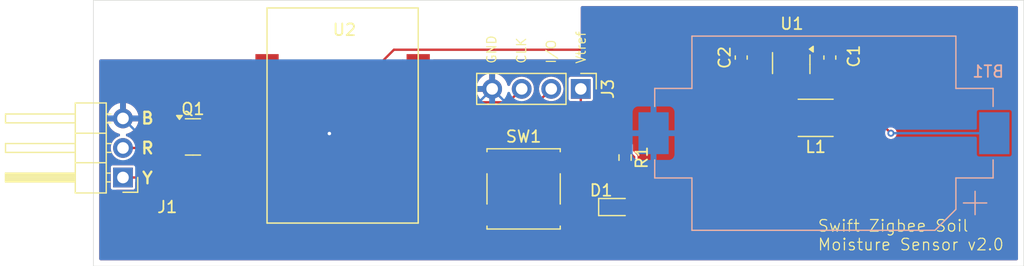
<source format=kicad_pcb>
(kicad_pcb (version 20221018) (generator pcbnew)
  (title_block (title "Swift Zigbee Soil Moisture Sensor") (date "2024-10-13") (rev "2.0"))
  (layers (0 "F.Cu" signal) (31 "B.Cu" signal) (34 "B.Paste" user) (35 "F.Paste" user) (36 "B.SilkS" user "B.Silkscreen") (37 "F.SilkS" user "F.Silkscreen") (38 "B.Mask" user) (39 "F.Mask" user) (44 "Edge.Cuts" user))
  (net 0 "")
  (net 1 "Net-(BT1-+)")
  (net 2 "GND")
  (net 3 "+3.3V")
  (net 4 "Net-(D1-A)")
  (net 5 "Net-(J1-Pin_1)")
  (net 6 "Net-(J1-Pin_2)")
  (net 7 "Net-(U1-L)")
  (net 8 "Net-(Q1-G)")
  (net 9 "Net-(D1-K)")
  (net 38 "Net-(U2B-P0.24)")
  (net 41 "Net-(J3-SWDCLK)")
  (net 42 "Net-(J3-SWDIO)")
  (footprint "LED_SMD:LED_0603_1608Metric" (layer "F.Cu") (at 113.5125 76.2)
    (fp_text reference "D1" (at -1.27 -1.43) (layer "F.SilkS"))
    (fp_text value "LED" hide)
    (fp_line (start -1.485 -0.735) (end -1.485 0.735) (stroke (width 0.12)) (layer "F.SilkS"))
    (fp_line (start -1.485 0.735) (end 0.8 0.735) (stroke (width 0.12)) (layer "F.SilkS"))
    (fp_line (start 0.8 -0.735) (end -1.485 -0.735) (stroke (width 0.12)) (layer "F.SilkS"))
    (pad "1" smd roundrect (at -0.7875 0) (size 0.875 0.95) (layers "F.Cu" "F.Paste" "F.Mask") (net 9 "Net-(D1-K)"))
    (pad "2" smd roundrect (at 0.7875 0) (size 0.875 0.95) (layers "F.Cu" "F.Paste" "F.Mask") (net 4 "Net-(D1-A)"))
  )
  (footprint "Button_Switch_SMD:SW_SPST_B3S-1000" (layer "F.Cu") (at 105.575 74.64)
    (fp_text reference "SW1" (at 0 -4.5) (layer "F.SilkS"))
    (fp_text value "Factory Reset" hide)
    (fp_line (start -3.15 -3.45) (end 3.15 -3.45) (stroke (width 0.12)) (layer "F.SilkS"))
    (fp_line (start -3.15 -3.2) (end -3.15 -3.45) (stroke (width 0.12)) (layer "F.SilkS"))
    (fp_line (start -3.15 1.3) (end -3.15 -1.3) (stroke (width 0.12)) (layer "F.SilkS"))
    (fp_line (start -3.15 3.45) (end -3.15 3.2) (stroke (width 0.12)) (layer "F.SilkS"))
    (fp_line (start 3.15 -3.45) (end 3.15 -3.2) (stroke (width 0.12)) (layer "F.SilkS"))
    (fp_line (start 3.15 -1.3) (end 3.15 1.3) (stroke (width 0.12)) (layer "F.SilkS"))
    (fp_line (start 3.15 3.2) (end 3.15 3.45) (stroke (width 0.12)) (layer "F.SilkS"))
    (fp_line (start 3.15 3.45) (end -3.15 3.45) (stroke (width 0.12)) (layer "F.SilkS"))
    (pad "1" smd rect (at -3.975 -2.25) (size 1.55 1.3) (layers "F.Cu" "F.Paste" "F.Mask") (net 38 "Net-(U2B-P0.24)"))
    (pad "1" smd rect (at 3.975 -2.25) (size 1.55 1.3) (layers "F.Cu" "F.Paste" "F.Mask") (net 38 "Net-(U2B-P0.24)"))
    (pad "2" smd rect (at -3.975 2.25) (size 1.55 1.3) (layers "F.Cu" "F.Paste" "F.Mask") (net 2 "GND"))
    (pad "2" smd rect (at 3.975 2.25) (size 1.55 1.3) (layers "F.Cu" "F.Paste" "F.Mask") (net 2 "GND"))
  )
  (footprint "Resistor_SMD:R_0603_1608Metric" (layer "F.Cu") (at 114.3 71.945 -90)
    (fp_text reference "R1" (at 0 -1.43 90) (layer "F.SilkS"))
    (fp_text value "680Ω" hide)
    (fp_line (start -0.237258 -0.5225) (end 0.237258 -0.5225) (stroke (width 0.12)) (layer "F.SilkS"))
    (fp_line (start -0.237258 0.5225) (end 0.237258 0.5225) (stroke (width 0.12)) (layer "F.SilkS"))
    (pad "1" smd roundrect (at -0.825 0 270) (size 0.8 0.95) (layers "F.Cu" "F.Paste" "F.Mask") (net 3 "+3.3V"))
    (pad "2" smd roundrect (at 0.825 0 270) (size 0.8 0.95) (layers "F.Cu" "F.Paste" "F.Mask") (net 4 "Net-(D1-A)"))
  )
  (footprint "Connector_PinHeader_2.54mm:PinHeader_1x03_P2.54mm_Horizontal" (layer "F.Cu") (at 71.12 73.66 180)
    (fp_text reference "J1" (at -3.81 -2.54) (layer "F.SilkS"))
    (fp_text value "Probe" hide)
    (fp_line (start -1.27 -1.27) (end 0 -1.27) (stroke (width 0.12)) (layer "F.SilkS"))
    (fp_line (start -1.27 0) (end -1.27 -1.27) (stroke (width 0.12)) (layer "F.SilkS"))
    (fp_line (start 1.042929 2.16) (end 1.44 2.16) (stroke (width 0.12)) (layer "F.SilkS"))
    (fp_line (start 1.042929 2.92) (end 1.44 2.92) (stroke (width 0.12)) (layer "F.SilkS"))
    (fp_line (start 1.042929 4.7) (end 1.44 4.7) (stroke (width 0.12)) (layer "F.SilkS"))
    (fp_line (start 1.042929 5.46) (end 1.44 5.46) (stroke (width 0.12)) (layer "F.SilkS"))
    (fp_line (start 1.11 -0.38) (end 1.44 -0.38) (stroke (width 0.12)) (layer "F.SilkS"))
    (fp_line (start 1.11 0.38) (end 1.44 0.38) (stroke (width 0.12)) (layer "F.SilkS"))
    (fp_line (start 1.44 -1.33) (end 1.44 6.41) (stroke (width 0.12)) (layer "F.SilkS"))
    (fp_line (start 1.44 1.27) (end 4.1 1.27) (stroke (width 0.12)) (layer "F.SilkS"))
    (fp_line (start 1.44 3.81) (end 4.1 3.81) (stroke (width 0.12)) (layer "F.SilkS"))
    (fp_line (start 1.44 6.41) (end 4.1 6.41) (stroke (width 0.12)) (layer "F.SilkS"))
    (fp_line (start 4.1 -1.33) (end 1.44 -1.33) (stroke (width 0.12)) (layer "F.SilkS"))
    (fp_line (start 4.1 -0.38) (end 10.1 -0.38) (stroke (width 0.12)) (layer "F.SilkS"))
    (fp_line (start 4.1 -0.32) (end 10.1 -0.32) (stroke (width 0.12)) (layer "F.SilkS"))
    (fp_line (start 4.1 -0.2) (end 10.1 -0.2) (stroke (width 0.12)) (layer "F.SilkS"))
    (fp_line (start 4.1 -0.08) (end 10.1 -0.08) (stroke (width 0.12)) (layer "F.SilkS"))
    (fp_line (start 4.1 0.04) (end 10.1 0.04) (stroke (width 0.12)) (layer "F.SilkS"))
    (fp_line (start 4.1 0.16) (end 10.1 0.16) (stroke (width 0.12)) (layer "F.SilkS"))
    (fp_line (start 4.1 0.28) (end 10.1 0.28) (stroke (width 0.12)) (layer "F.SilkS"))
    (fp_line (start 4.1 2.16) (end 10.1 2.16) (stroke (width 0.12)) (layer "F.SilkS"))
    (fp_line (start 4.1 4.7) (end 10.1 4.7) (stroke (width 0.12)) (layer "F.SilkS"))
    (fp_line (start 4.1 6.41) (end 4.1 -1.33) (stroke (width 0.12)) (layer "F.SilkS"))
    (fp_line (start 10.1 -0.38) (end 10.1 0.38) (stroke (width 0.12)) (layer "F.SilkS"))
    (fp_line (start 10.1 0.38) (end 4.1 0.38) (stroke (width 0.12)) (layer "F.SilkS"))
    (fp_line (start 10.1 2.16) (end 10.1 2.92) (stroke (width 0.12)) (layer "F.SilkS"))
    (fp_line (start 10.1 2.92) (end 4.1 2.92) (stroke (width 0.12)) (layer "F.SilkS"))
    (fp_line (start 10.1 4.7) (end 10.1 5.46) (stroke (width 0.12)) (layer "F.SilkS"))
    (fp_line (start 10.1 5.46) (end 4.1 5.46) (stroke (width 0.12)) (layer "F.SilkS"))
    (pad "1" thru_hole rect (at 0 0 180) (size 1.7 1.7) (drill 1) (layers "*.Cu" "*.Mask") (net 5 "Net-(J1-Pin_1)"))
    (pad "2" thru_hole oval (at 0 2.54 180) (size 1.7 1.7) (drill 1) (layers "*.Cu" "*.Mask") (net 6 "Net-(J1-Pin_2)"))
    (pad "3" thru_hole oval (at 0 5.08 180) (size 1.7 1.7) (drill 1) (layers "*.Cu" "*.Mask") (net 2 "GND"))
  )
  (footprint "Package_TO_SOT_SMD:SOT-23" (layer "F.Cu") (at 77.1375 70.17)
    (fp_text reference "Q1" (at 0 -2.4) (layer "F.SilkS"))
    (fp_text value "BSS84" hide)
    (fp_line (start 0 -1.56) (end -0.65 -1.56) (stroke (width 0.12)) (layer "F.SilkS"))
    (fp_line (start 0 -1.56) (end 0.65 -1.56) (stroke (width 0.12)) (layer "F.SilkS"))
    (fp_line (start 0 1.56) (end -0.65 1.56) (stroke (width 0.12)) (layer "F.SilkS"))
    (fp_line (start 0 1.56) (end 0.65 1.56) (stroke (width 0.12)) (layer "F.SilkS"))
    (fp_poly (pts (xy -1.1625 -1.51) (xy -1.4025 -1.84) (xy -0.9225 -1.84) (xy -1.1625 -1.51)) (stroke (width 0.12)) (fill solid) (layer "F.SilkS"))
    (pad "1" smd roundrect (at -0.9375 -0.95) (size 1.475 0.6) (layers "F.Cu" "F.Paste" "F.Mask") (net 8 "Net-(Q1-G)"))
    (pad "2" smd roundrect (at -0.9375 0.95) (size 1.475 0.6) (layers "F.Cu" "F.Paste" "F.Mask") (net 3 "+3.3V"))
    (pad "3" smd roundrect (at 0.9375 0) (size 1.475 0.6) (layers "F.Cu" "F.Paste" "F.Mask") (net 6 "Net-(J1-Pin_2)"))
  )
  (footprint "Capacitor_SMD:C_0603_1608Metric" (layer "F.Cu") (at 131.91 63.345 90)
    (fp_text reference "C1" (at 0.118011 2.060204 90) (layer "F.SilkS"))
    (fp_text value "10µF" hide)
    (fp_line (start -0.14058 -0.51) (end 0.14058 -0.51) (stroke (width 0.12)) (layer "F.SilkS"))
    (fp_line (start -0.14058 0.51) (end 0.14058 0.51) (stroke (width 0.12)) (layer "F.SilkS"))
    (pad "1" smd roundrect (at -0.775 0 90) (size 0.9 0.95) (layers "F.Cu" "F.Paste" "F.Mask") (net 1 "Net-(BT1-+)"))
    (pad "2" smd roundrect (at 0.775 0 90) (size 0.9 0.95) (layers "F.Cu" "F.Paste" "F.Mask") (net 2 "GND"))
  )
  (footprint "Package_TO_SOT_SMD:SOT-23-5_HandSoldering" (layer "F.Cu") (at 128.589999 63.820002 -90)
    (fp_text reference "U1" (at -3.383931 -0.056786 -180) (layer "F.SilkS"))
    (fp_text value "TPS61097A-33DBVR" hide)
    (fp_line (start -0.9 1.61) (end 0.9 1.61) (stroke (width 0.12)) (layer "F.SilkS"))
    (fp_line (start 0.1 -1.61) (end -0.7 -1.61) (stroke (width 0.12)) (layer "F.SilkS"))
    (fp_line (start 0.1 -1.61) (end 0.9 -1.61) (stroke (width 0.12)) (layer "F.SilkS"))
    (fp_poly (pts (xy -1.2 -1.56) (xy -1.44 -1.89) (xy -0.96 -1.89) (xy -1.2 -1.56)) (stroke (width 0.12)) (fill solid) (layer "F.SilkS"))
    (pad "1" smd roundrect (at -1.35 -0.95 270) (size 1.56 0.65) (layers "F.Cu" "F.Paste" "F.Mask") (net 1 "Net-(BT1-+)"))
    (pad "2" smd roundrect (at -1.35 0 270) (size 1.56 0.65) (layers "F.Cu" "F.Paste" "F.Mask") (net 2 "GND"))
    (pad "3" smd roundrect (at -1.35 0.95 270) (size 1.56 0.65) (layers "F.Cu" "F.Paste" "F.Mask") (net 1 "Net-(BT1-+)"))
    (pad "4" smd roundrect (at 1.35 0.95 270) (size 1.56 0.65) (layers "F.Cu" "F.Paste" "F.Mask") (net 3 "+3.3V"))
    (pad "5" smd roundrect (at 1.35 -0.95 270) (size 1.56 0.65) (layers "F.Cu" "F.Paste" "F.Mask") (net 7 "Net-(U1-L)"))
  )
  (footprint "Inductor_SMD:L_Taiyo-Yuden_NR-30xx" (layer "F.Cu") (at 130.690322 68.530403 180)
    (fp_text reference "L1" (at 0 -2.5 180) (layer "F.SilkS"))
    (fp_text value "4.7µH" hide)
    (fp_line (start -1.5 -1.6) (end 1.5 -1.6) (stroke (width 0.12)) (layer "F.SilkS"))
    (fp_line (start -1.5 1.6) (end 1.5 1.6) (stroke (width 0.12)) (layer "F.SilkS"))
    (pad "1" smd rect (at -1.1 0 180) (size 0.8 2.7) (layers "F.Cu" "F.Paste" "F.Mask") (net 1 "Net-(BT1-+)"))
    (pad "2" smd rect (at 1.1 0 180) (size 0.8 2.7) (layers "F.Cu" "F.Paste" "F.Mask") (net 7 "Net-(U1-L)"))
  )
  (footprint "Capacitor_SMD:C_0603_1608Metric" (layer "F.Cu") (at 124.29 63.345 90)
    (fp_text reference "C2" (at 0 -1.43 90) (layer "F.SilkS"))
    (fp_text value "10µF" hide)
    (fp_line (start -0.14058 -0.51) (end 0.14058 -0.51) (stroke (width 0.12)) (layer "F.SilkS"))
    (fp_line (start -0.14058 0.51) (end 0.14058 0.51) (stroke (width 0.12)) (layer "F.SilkS"))
    (pad "1" smd roundrect (at -0.775 0 90) (size 0.9 0.95) (layers "F.Cu" "F.Paste" "F.Mask") (net 3 "+3.3V"))
    (pad "2" smd roundrect (at 0.775 0 90) (size 0.9 0.95) (layers "F.Cu" "F.Paste" "F.Mask") (net 2 "GND"))
  )
  (footprint "E73-2G4M08S1C:E73-2G4M08S1C" (layer "F.Cu") (at 90.01 68.5785)
    (fp_text reference "U2" (at 0.16 -7.6185) (layer "F.SilkS"))
    (fp_text value "E73-2G4M08S1C" hide)
    (fp_line (start -6.5 -9.5) (end -6.5 9) (stroke (width 0.127)) (layer "F.SilkS"))
    (fp_line (start -6.5 9) (end 6.5 9) (stroke (width 0.127)) (layer "F.SilkS"))
    (fp_line (start 6.5 -9.5) (end -6.5 -9.5) (stroke (width 0.127)) (layer "F.SilkS"))
    (fp_line (start 6.5 9) (end 6.5 -9.5) (stroke (width 0.127)) (layer "F.SilkS"))
    (pad "1" smd rect (at -6.5 -5.03) (size 2 1) (layers "F.Cu" "F.Paste" "F.Mask"))
    (pad "2" smd rect (at -6.5 -3.76) (size 2 1) (layers "F.Cu" "F.Paste" "F.Mask"))
    (pad "3" smd rect (at -6.5 -2.49) (size 2 1) (layers "F.Cu" "F.Paste" "F.Mask") (net 1 "Net-(BT1-+)"))
    (pad "4" smd rect (at -6.5 -1.22) (size 2 1) (layers "F.Cu" "F.Paste" "F.Mask"))
    (pad "5" smd rect (at -6.5 0.05) (size 2 1) (layers "F.Cu" "F.Paste" "F.Mask") (net 2 "GND"))
    (pad "6" smd rect (at -6.5 1.32) (size 2 1) (layers "F.Cu" "F.Paste" "F.Mask") (net 8 "Net-(Q1-G)"))
    (pad "7" smd rect (at -6.5 2.59) (size 2 1) (layers "F.Cu" "F.Paste" "F.Mask") (net 5 "Net-(J1-Pin_1)"))
    (pad "8" smd rect (at -6.5 3.86) (size 2 1) (layers "F.Cu" "F.Paste" "F.Mask"))
    (pad "9" smd rect (at -6.5 5.13) (size 2 1) (layers "F.Cu" "F.Paste" "F.Mask"))
    (pad "10" smd rect (at -6.5 6.4) (size 2 1) (layers "F.Cu" "F.Paste" "F.Mask"))
    (pad "11" smd rect (at -4.44 9) (size 1 2) (layers "F.Cu" "F.Paste" "F.Mask"))
    (pad "12" smd rect (at -3.81 6.9) (size 0.9 0.9) (layers "F.Cu" "F.Paste" "F.Mask"))
    (pad "13" smd rect (at -3.17 9) (size 1 2) (layers "F.Cu" "F.Paste" "F.Mask"))
    (pad "14" smd rect (at -2.54 6.9) (size 0.9 0.9) (layers "F.Cu" "F.Paste" "F.Mask"))
    (pad "15" smd rect (at -1.9 9) (size 1 2) (layers "F.Cu" "F.Paste" "F.Mask"))
    (pad "16" smd rect (at -1.27 6.9) (size 0.9 0.9) (layers "F.Cu" "F.Paste" "F.Mask"))
    (pad "17" smd rect (at -0.63 9) (size 1 2) (layers "F.Cu" "F.Paste" "F.Mask"))
    (pad "18" smd rect (at 0 6.9) (size 0.9 0.9) (layers "F.Cu" "F.Paste" "F.Mask"))
    (pad "19" smd rect (at 0.64 9) (size 1 2) (layers "F.Cu" "F.Paste" "F.Mask") (net 3 "+3.3V"))
    (pad "20" smd rect (at 1.27 6.9) (size 0.9 0.9) (layers "F.Cu" "F.Paste" "F.Mask"))
    (pad "21" smd rect (at 1.91 9) (size 1 2) (layers "F.Cu" "F.Paste" "F.Mask") (net 2 "GND"))
    (pad "22" smd rect (at 2.54 6.9) (size 0.9 0.9) (layers "F.Cu" "F.Paste" "F.Mask"))
    (pad "23" smd rect (at 3.18 9) (size 1 2) (layers "F.Cu" "F.Paste" "F.Mask") (net 3 "+3.3V"))
    (pad "24" smd rect (at 3.81 6.9) (size 0.9 0.9) (layers "F.Cu" "F.Paste" "F.Mask") (net 2 "GND"))
    (pad "25" smd rect (at 4.45 9) (size 1 2) (layers "F.Cu" "F.Paste" "F.Mask"))
    (pad "26" smd rect (at 6.5 6.4) (size 2 1) (layers "F.Cu" "F.Paste" "F.Mask"))
    (pad "27" smd rect (at 6.5 5.13) (size 2 1) (layers "F.Cu" "F.Paste" "F.Mask"))
    (pad "28" smd rect (at 4.4 4.495) (size 0.9 0.9) (layers "F.Cu" "F.Paste" "F.Mask"))
    (pad "29" smd rect (at 6.5 3.86) (size 2 1) (layers "F.Cu" "F.Paste" "F.Mask"))
    (pad "30" smd rect (at 4.4 3.225) (size 0.9 0.9) (layers "F.Cu" "F.Paste" "F.Mask"))
    (pad "31" smd rect (at 6.5 2.59) (size 2 1) (layers "F.Cu" "F.Paste" "F.Mask"))
    (pad "32" smd rect (at 4.4 1.955) (size 0.9 0.9) (layers "F.Cu" "F.Paste" "F.Mask"))
    (pad "33" smd rect (at 6.5 1.32) (size 2 1) (layers "F.Cu" "F.Paste" "F.Mask") (net 9 "Net-(D1-K)"))
    (pad "34" smd rect (at 4.4 0.685) (size 0.9 0.9) (layers "F.Cu" "F.Paste" "F.Mask"))
    (pad "35" smd rect (at 6.5 0.05) (size 2 1) (layers "F.Cu" "F.Paste" "F.Mask") (net 38 "Net-(U2B-P0.24)"))
    (pad "36" smd rect (at 4.4 -0.585) (size 0.9 0.9) (layers "F.Cu" "F.Paste" "F.Mask"))
    (pad "37" smd rect (at 6.5 -1.22) (size 2 1) (layers "F.Cu" "F.Paste" "F.Mask") (net 42 "Net-(J3-SWDIO)"))
    (pad "38" smd rect (at 4.4 -1.855) (size 0.9 0.9) (layers "F.Cu" "F.Paste" "F.Mask"))
    (pad "39" smd rect (at 6.5 -2.49) (size 2 1) (layers "F.Cu" "F.Paste" "F.Mask") (net 41 "Net-(J3-SWDCLK)"))
    (pad "40" smd rect (at 4.4 -3.125) (size 0.9 0.9) (layers "F.Cu" "F.Paste" "F.Mask"))
    (pad "41" smd rect (at 6.5 -3.76) (size 2 1) (layers "F.Cu" "F.Paste" "F.Mask"))
    (pad "42" smd rect (at 4.4 -4.395) (size 0.9 0.9) (layers "F.Cu" "F.Paste" "F.Mask"))
    (pad "43" smd rect (at 6.5 -5.03) (size 2 1) (layers "F.Cu" "F.Paste" "F.Mask"))
  )
  (footprint "Connector_PinHeader_2.54mm:PinHeader_1x04_P2.54mm_Vertical" (layer "F.Cu") (at 110.49 66.04 -90)
    (fp_text reference "J3" (at 0 -2.33 90) (layer "F.SilkS"))
    (fp_text value "ARM SWD" hide)
    (fp_line (start -1.33 -1.33) (end 0 -1.33) (stroke (width 0.12)) (layer "F.SilkS"))
    (fp_line (start -1.33 0) (end -1.33 -1.33) (stroke (width 0.12)) (layer "F.SilkS"))
    (fp_line (start -1.33 1.27) (end -1.33 8.95) (stroke (width 0.12)) (layer "F.SilkS"))
    (fp_line (start -1.33 1.27) (end 1.33 1.27) (stroke (width 0.12)) (layer "F.SilkS"))
    (fp_line (start -1.33 8.95) (end 1.33 8.95) (stroke (width 0.12)) (layer "F.SilkS"))
    (fp_line (start 1.33 1.27) (end 1.33 8.95) (stroke (width 0.12)) (layer "F.SilkS"))
    (pad "1" thru_hole rect (at 0 0 270) (size 1.7 1.7) (drill 1) (layers "*.Cu" "*.Mask") (net 3 "+3.3V"))
    (pad "2" thru_hole oval (at 0 2.54 270) (size 1.7 1.7) (drill 1) (layers "*.Cu" "*.Mask") (net 42 "Net-(J3-SWDIO)"))
    (pad "3" thru_hole oval (at 0 5.08 270) (size 1.7 1.7) (drill 1) (layers "*.Cu" "*.Mask") (net 41 "Net-(J3-SWDCLK)"))
    (pad "4" thru_hole oval (at 0 7.62 270) (size 1.7 1.7) (drill 1) (layers "*.Cu" "*.Mask") (net 2 "GND"))
  )
  (footprint "Battery:BatteryHolder_Keystone_1060_1x2032" (layer "B.Cu") (at 131.4 69.85 180)
    (fp_text reference "BT1" (at -14.125 5.3) (layer "B.SilkS") (effects (justify mirror)))
    (fp_text value "CR2032" hide)
    (fp_line (start -14.55 -3.85) (end -14.55 -2.3) (stroke (width 0.12)) (layer "B.SilkS"))
    (fp_line (start -14.55 3.85) (end -14.55 2.3) (stroke (width 0.12)) (layer "B.SilkS"))
    (fp_line (start -13 -5) (end -13 -7) (stroke (width 0.12)) (layer "B.SilkS"))
    (fp_line (start -12 -6) (end -14 -6) (stroke (width 0.12)) (layer "B.SilkS"))
    (fp_line (start -11.35 -6.55) (end -11.35 -3.85) (stroke (width 0.12)) (layer "B.SilkS"))
    (fp_line (start -11.35 -3.85) (end -14.55 -3.85) (stroke (width 0.12)) (layer "B.SilkS"))
    (fp_line (start -11.35 3.85) (end -14.55 3.85) (stroke (width 0.12)) (layer "B.SilkS"))
    (fp_line (start -11.35 8.35) (end -11.35 3.85) (stroke (width 0.12)) (layer "B.SilkS"))
    (fp_line (start -11.35 8.35) (end 11.35 8.35) (stroke (width 0.12)) (layer "B.SilkS"))
    (fp_line (start -9.55 -8.35) (end -11.35 -6.55) (stroke (width 0.12)) (layer "B.SilkS"))
    (fp_line (start 11.35 -8.35) (end -9.55 -8.35) (stroke (width 0.12)) (layer "B.SilkS"))
    (fp_line (start 11.35 -8.35) (end 11.35 -3.85) (stroke (width 0.12)) (layer "B.SilkS"))
    (fp_line (start 11.35 -3.85) (end 14.55 -3.85) (stroke (width 0.12)) (layer "B.SilkS"))
    (fp_line (start 11.35 3.85) (end 14.55 3.85) (stroke (width 0.12)) (layer "B.SilkS"))
    (fp_line (start 11.35 8.35) (end 11.35 3.85) (stroke (width 0.12)) (layer "B.SilkS"))
    (fp_line (start 14.55 -3.85) (end 14.55 -2.3) (stroke (width 0.12)) (layer "B.SilkS"))
    (fp_line (start 14.55 3.85) (end 14.55 2.3) (stroke (width 0.12)) (layer "B.SilkS"))
    (pad "1" smd rect (at -14.65 0) (size 2.6 3.6) (layers "B.Cu" "B.Paste" "B.Mask") (net 1 "Net-(BT1-+)"))
    (pad "2" smd rect (at 14.65 0) (size 2.6 3.6) (layers "B.Cu" "B.Paste" "B.Mask") (net 2 "GND"))
  )
  (gr_rect (start 68.58 58.42) (end 148.59 81.28) (stroke (width 0.05)) (fill none) (layer "Edge.Cuts"))
  (gr_text "B" (at 72.594745 69.14597) (layer "F.SilkS") (effects (font (size 1 1) (thickness 0.2) bold) (justify left bottom)))
  (gr_text "GND" (at 103.293944 63.932718 90) (layer "F.SilkS") (effects (font (size 0.8 0.8) (thickness 0.1)) (justify left bottom)))
  (gr_text "Y" (at 72.666174 74.29041) (layer "F.SilkS") (effects (font (size 1 1) (thickness 0.2) bold) (justify left bottom)))
  (gr_text "R" (at 72.594745 71.71819) (layer "F.SilkS") (effects (font (size 1 1) (thickness 0.2) bold) (justify left bottom)))
  (gr_text "I/O" (at 108.417336 63.932718 90) (layer "F.SilkS") (effects (font (size 0.8 0.8) (thickness 0.1)) (justify left bottom)))
  (gr_text "CLK" (at 105.85564 63.932718 90) (layer "F.SilkS") (effects (font (size 0.8 0.8) (thickness 0.1)) (justify left bottom)))
  (gr_text "Swift Zigbee Soil\nMoisture Sensor v2.0" (at 130.81 80.01) (layer "F.SilkS") (effects (font (size 1 1) (thickness 0.1)) (justify left bottom)))
  (gr_text "Vtref" (at 110.979032 63.932718 90) (layer "F.SilkS") (effects (font (size 0.8 0.8) (thickness 0.1)) (justify left bottom)))
  (segment (start 132.685 63.345) (end 131.91 64.12) (width 0.2) (layer "F.Cu") (net 1))
  (segment (start 131.91 64.12) (end 131.189997 64.12) (width 0.2) (layer "F.Cu") (net 1))
  (segment (start 131.91 68.410725) (end 131.790322 68.530403) (width 0.2) (layer "F.Cu") (net 1))
  (segment (start 110.93175 62.07825) (end 113.32 59.69) (width 0.2) (layer "F.Cu") (net 1))
  (segment (start 132.685 60.005) (end 132.685 63.345) (width 0.2) (layer "F.Cu") (net 1))
  (segment (start 110.93175 62.67175) (end 110.93175 62.07825) (width 0.2) (layer "F.Cu") (net 1))
  (segment (start 94.42175 62.67175) (end 110.93175 62.67175) (width 0.2) (layer "F.Cu") (net 1))
  (segment (start 131.189997 64.12) (end 129.539999 62.470002) (width 0.2) (layer "F.Cu") (net 1))
  (segment (start 137.16 69.85) (end 135.840403 68.530403) (width 0.2) (layer "F.Cu") (net 1))
  (segment (start 127.639999 63.250001) (end 127.639999 62.470002) (width 0.2) (layer "F.Cu") (net 1))
  (segment (start 131.91 64.12) (end 131.91 68.410725) (width 0.6) (layer "F.Cu") (net 1))
  (segment (start 129.539999 63.250001) (end 129.239998 63.550002) (width 0.2) (layer "F.Cu") (net 1))
  (segment (start 129.239998 63.550002) (end 127.94 63.550002) (width 0.2) (layer "F.Cu") (net 1))
  (segment (start 132.37 59.69) (end 132.685 60.005) (width 0.2) (layer "F.Cu") (net 1))
  (segment (start 113.32 59.69) (end 132.37 59.69) (width 0.2) (layer "F.Cu") (net 1))
  (segment (start 127.94 63.550002) (end 127.639999 63.250001) (width 0.2) (layer "F.Cu") (net 1))
  (segment (start 135.840403 68.530403) (end 131.790322 68.530403) (width 0.2) (layer "F.Cu") (net 1))
  (segment (start 83.51 66.0885) (end 91.005 66.0885) (width 0.2) (layer "F.Cu") (net 1))
  (segment (start 129.539999 62.470002) (end 129.539999 63.250001) (width 0.2) (layer "F.Cu") (net 1))
  (segment (start 91.005 66.0885) (end 94.42175 62.67175) (width 0.2) (layer "F.Cu") (net 1))
  (via (at 137.16 69.85) (size 0.6) (drill 0.3) (layers "F.Cu" "B.Cu") (net 1))
  (segment (start 137.16 69.85) (end 146.05 69.85) (width 0.2) (layer "B.Cu") (net 1))
  (segment (start 128.589999 61.690003) (end 128.289998 61.390002) (width 0.2) (layer "F.Cu") (net 2))
  (segment (start 87.62 68.6285) (end 93.82 74.8285) (width 0.2) (layer "F.Cu") (net 2))
  (segment (start 93.82 76.1285) (end 93.72 76.2285) (width 0.2) (layer "F.Cu") (net 2))
  (segment (start 83.4615 68.58) (end 83.51 68.6285) (width 0.2) (layer "F.Cu") (net 2))
  (segment (start 94.47 75.4785) (end 95.8815 76.89) (width 0.2) (layer "F.Cu") (net 2))
  (segment (start 130.730002 61.390002) (end 128.89 61.390002) (width 0.2) (layer "F.Cu") (net 2))
  (segment (start 83.51 68.6285) (end 87.62 68.6285) (width 0.2) (layer "F.Cu") (net 2))
  (segment (start 91.92 76.3785) (end 91.92 77.5785) (width 0.2) (layer "F.Cu") (net 2))
  (segment (start 128.589999 61.690003) (end 128.589999 62.470002) (width 0.2) (layer "F.Cu") (net 2))
  (segment (start 101.6 76.89) (end 109.55 76.89) (width 0.2) (layer "F.Cu") (net 2))
  (segment (start 128.89 61.390002) (end 128.589999 61.690003) (width 0.2) (layer "F.Cu") (net 2))
  (segment (start 95.8815 76.89) (end 101.6 76.89) (width 0.2) (layer "F.Cu") (net 2))
  (segment (start 93.72 76.2285) (end 92.07 76.2285) (width 0.2) (layer "F.Cu") (net 2))
  (segment (start 92.07 76.2285) (end 91.92 76.3785) (width 0.2) (layer "F.Cu") (net 2))
  (segment (start 93.82 75.4785) (end 93.82 76.1285) (width 0.2) (layer "F.Cu") (net 2))
  (segment (start 125.469998 61.390002) (end 124.29 62.57) (width 0.2) (layer "F.Cu") (net 2))
  (segment (start 128.289998 61.390002) (end 125.469998 61.390002) (width 0.2) (layer "F.Cu") (net 2))
  (segment (start 93.82 75.4785) (end 94.47 75.4785) (width 0.2) (layer "F.Cu") (net 2))
  (segment (start 93.82 74.8285) (end 93.82 75.4785) (width 0.2) (layer "F.Cu") (net 2))
  (segment (start 131.91 62.57) (end 130.730002 61.390002) (width 0.2) (layer "F.Cu") (net 2))
  (via (at 88.87075 69.87925) (size 0.6) (drill 0.3) (layers "F.Cu" "B.Cu") (net 2))
  (segment (start 72.41925 69.87925) (end 71.12 68.58) (width 0.2) (layer "B.Cu") (net 2))
  (segment (start 88.87075 69.87925) (end 72.41925 69.87925) (width 0.2) (layer "B.Cu") (net 2))
  (segment (start 102.87 66.04) (end 106.68 69.85) (width 0.2) (layer "B.Cu") (net 2))
  (segment (start 88.87075 69.87925) (end 99.03075 69.87925) (width 0.2) (layer "B.Cu") (net 2))
  (segment (start 106.68 69.85) (end 116.75 69.85) (width 0.2) (layer "B.Cu") (net 2))
  (segment (start 99.03075 69.87925) (end 102.87 66.04) (width 0.2) (layer "B.Cu") (net 2))
  (segment (start 115.075 76.695) (end 112.8915 78.8785) (width 0.2) (layer "F.Cu") (net 3))
  (segment (start 74.0385 78.8785) (end 69.97 74.81) (width 0.2) (layer "F.Cu") (net 3))
  (segment (start 74.81 72.51) (end 76.2 71.12) (width 0.2) (layer "F.Cu") (net 3))
  (segment (start 116.81 76.2) (end 115.075 76.2) (width 0.2) (layer "F.Cu") (net 3))
  (segment (start 125.190002 65.020002) (end 124.29 64.12) (width 0.2) (layer "F.Cu") (net 3))
  (segment (start 69.97 74.81) (end 69.97 72.51) (width 0.2) (layer "F.Cu") (net 3))
  (segment (start 124.29 64.12) (end 124.29 68.72) (width 0.2) (layer "F.Cu") (net 3))
  (segment (start 93.19 78.7785) (end 93.09 78.8785) (width 0.2) (layer "F.Cu") (net 3))
  (segment (start 110.49 67.31) (end 114.3 71.12) (width 0.2) (layer "F.Cu") (net 3))
  (segment (start 112.8915 78.8785) (end 92.71 78.8785) (width 0.2) (layer "F.Cu") (net 3))
  (segment (start 69.97 72.51) (end 74.81 72.51) (width 0.2) (layer "F.Cu") (net 3))
  (segment (start 90.75 78.8785) (end 91.44 78.8785) (width 0.2) (layer "F.Cu") (net 3))
  (segment (start 91.44 78.8785) (end 74.0385 78.8785) (width 0.2) (layer "F.Cu") (net 3))
  (segment (start 93.09 78.8785) (end 92.71 78.8785) (width 0.2) (layer "F.Cu") (net 3))
  (segment (start 124.29 68.72) (end 116.81 76.2) (width 0.2) (layer "F.Cu") (net 3))
  (segment (start 115.075 71.895) (end 115.075 76.2) (width 0.2) (layer "F.Cu") (net 3))
  (segment (start 114.3 71.12) (end 115.075 71.895) (width 0.2) (layer "F.Cu") (net 3))
  (segment (start 127.640001 65.020002) (end 125.190002 65.020002) (width 0.2) (layer "F.Cu") (net 3))
  (segment (start 90.65 78.7785) (end 90.75 78.8785) (width 0.2) (layer "F.Cu") (net 3))
  (segment (start 92.71 78.8785) (end 91.44 78.8785) (width 0.2) (layer "F.Cu") (net 3))
  (segment (start 93.19 77.5785) (end 93.19 78.7785) (width 0.2) (layer "F.Cu") (net 3))
  (segment (start 115.075 76.2) (end 115.075 76.695) (width 0.2) (layer "F.Cu") (net 3))
  (segment (start 110.49 66.04) (end 110.49 67.31) (width 0.2) (layer "F.Cu") (net 3))
  (segment (start 90.65 77.5785) (end 90.65 78.7785) (width 0.2) (layer "F.Cu") (net 3))
  (segment (start 114.3 72.77) (end 114.3 76.2) (width 0.2) (layer "F.Cu") (net 4))
  (segment (start 75.963052 73.66) (end 71.12 73.66) (width 0.2) (layer "F.Cu") (net 5))
  (segment (start 83.51 71.1685) (end 78.454552 71.1685) (width 0.2) (layer "F.Cu") (net 5))
  (segment (start 78.454552 71.1685) (end 75.963052 73.66) (width 0.2) (layer "F.Cu") (net 5))
  (segment (start 78.075 70.17) (end 74.61 70.17) (width 0.2) (layer "F.Cu") (net 6))
  (segment (start 73.66 71.12) (end 71.12 71.12) (width 0.2) (layer "F.Cu") (net 6))
  (segment (start 74.61 70.17) (end 73.66 71.12) (width 0.2) (layer "F.Cu") (net 6))
  (segment (start 129.539999 65.170002) (end 129.539999 68.48008) (width 0.6) (layer "F.Cu") (net 7))
  (segment (start 129.539999 68.48008) (end 129.590322 68.530403) (width 0.2) (layer "F.Cu") (net 7))
  (segment (start 129.54 68.24) (end 129.88 68.58) (width 0.2) (layer "F.Cu") (net 7))
  (segment (start 76.2 69.22) (end 81.92 69.22) (width 0.2) (layer "F.Cu") (net 8))
  (segment (start 82.5985 69.8985) (end 83.51 69.8985) (width 0.2) (layer "F.Cu") (net 8))
  (segment (start 81.92 69.22) (end 82.5985 69.8985) (width 0.2) (layer "F.Cu") (net 8))
  (segment (start 99.06 73.66) (end 99.06 71.2485) (width 0.2) (layer "F.Cu") (net 9))
  (segment (start 99.06 71.2485) (end 97.71 69.8985) (width 0.2) (layer "F.Cu") (net 9))
  (segment (start 112.725 76.2) (end 110.185 73.66) (width 0.2) (layer "F.Cu") (net 9))
  (segment (start 110.185 73.66) (end 99.06 73.66) (width 0.2) (layer "F.Cu") (net 9))
  (segment (start 97.71 69.8985) (end 96.51 69.8985) (width 0.2) (layer "F.Cu") (net 9))
  (segment (start 101.6 72.39) (end 109.55 72.39) (width 0.2) (layer "F.Cu") (net 38))
  (segment (start 96.51 68.6285) (end 97.71 68.6285) (width 0.2) (layer "F.Cu") (net 38))
  (segment (start 101.4715 72.39) (end 101.6 72.39) (width 0.2) (layer "F.Cu") (net 38))
  (segment (start 97.71 68.6285) (end 101.4715 72.39) (width 0.2) (layer "F.Cu") (net 38))
  (segment (start 105.41 66.04) (end 104.26 67.19) (width 0.2) (layer "F.Cu") (net 41))
  (segment (start 97.8385 66.0885) (end 96.51 66.0885) (width 0.2) (layer "F.Cu") (net 41))
  (segment (start 104.26 67.19) (end 98.94 67.19) (width 0.2) (layer "F.Cu") (net 41))
  (segment (start 98.94 67.19) (end 97.8385 66.0885) (width 0.2) (layer "F.Cu") (net 41))
  (segment (start 96.7415 67.59) (end 96.51 67.3585) (width 0.2) (layer "F.Cu") (net 42))
  (segment (start 107.95 66.04) (end 106.4 67.59) (width 0.2) (layer "F.Cu") (net 42))
  (segment (start 106.4 67.59) (end 96.7415 67.59) (width 0.2) (layer "F.Cu") (net 42))
  (zone (net 2) (net_name "GND") (layer "F.Cu") (connect_pads (clearance 0.2)) (min_thickness 0.25) (fill yes (thermal_gap 0.5) (thermal_bridge_width 0.5))
    (polygon (pts (xy 68.58 63.5) (xy 110.49 63.5) (xy 110.49 58.42) (xy 148.59 58.42) (xy 148.59 81.28) (xy 68.58 81.28)))
  )
  (zone (net 2) (net_name "GND") (layer "B.Cu") (connect_pads (clearance 0.2)) (min_thickness 0.25) (fill yes (thermal_gap 0.5) (thermal_bridge_width 0.5))
    (polygon (pts (xy 68.58 63.5) (xy 110.49 63.5) (xy 110.49 58.42) (xy 148.59 58.42) (xy 148.59 81.28) (xy 68.58 81.28)))
  )
)
</source>
